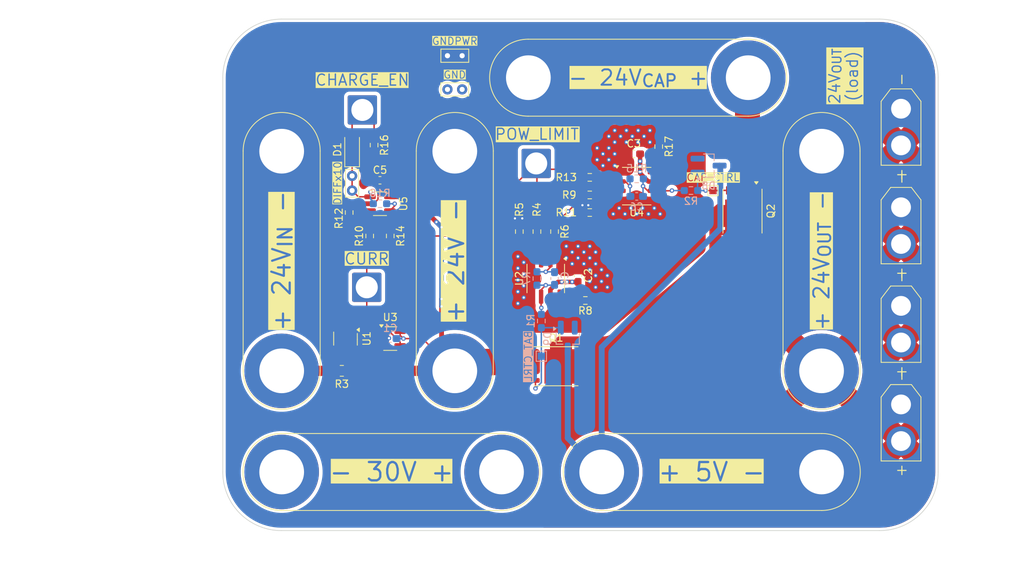
<source format=kicad_pcb>
(kicad_pcb (version 20241229) (generator "pcbnew") (generator_version "9.0")
  (title_block (title "Current Sense Test Board") (date "2025-05-27") (rev "1B") (company "UT Robomasters") (comment 1 "Robomasters"))
  (layers (0 "F.Cu" signal) (4 "In1.Cu" signal) (6 "In2.Cu" signal) (2 "B.Cu" signal) (13 "F.Paste" user) (15 "B.Paste" user) (5 "F.SilkS" user "F.Silkscreen") (7 "B.SilkS" user "B.Silkscreen") (1 "F.Mask" user) (3 "B.Mask" user) (25 "Edge.Cuts" user))
  (net 0 "")
  (net 1 "GNDPWR")
  (net 2 "+24V")
  (net 3 "GND")
  (net 4 "VCC")
  (net 5 "/BAT_CTRL")
  (net 6 "/Current Sense/1-")
  (net 7 "/Current Sense/2-")
  (net 8 "/CAP_CTRL")
  (net 9 "/CHARGE_EN_OUT")
  (net 10 "/Current Sense/DIFF10")
  (net 11 "/CAP_CTRL_R")
  (net 12 "+5V")
  (net 13 "/BAT_CTRL_R")
  (net 14 "/POW_LIMIT_IN")
  (net 15 "/CURR_OUT")
  (net 16 "/+24_MERGED")
  (net 17 "/+24_IN")
  (net 18 "/+24V_CAP_IN")
  (net 19 "/Current Sense/1+")
  (net 20 "/Current Sense/FLAG_{1}")
  (net 21 "/Current Sense/2+")
  (net 22 "/Current Sense/3+")
  (net 23 "/Current Sense/3-")
  (net 24 "/Current Sense/FLAG_{2}")
  (net 25 "/Current Sense/CURR_{RAW}")
  (footprint "Package_TO_SOT_SMD:SOT-23-5_HandSoldering" (layer "F.Cu") (at 129 92.4)
    (property "Reference" "U5")
    (property "Value" "TLV9301xDBV")
  )
  (footprint "Resistor_SMD:R_0603_1608Metric_Pad0.98x0.95mm_HandSolder" (layer "F.Cu") (at 124.8 93.6 -90)
    (property "Reference" "R12")
    (property "Value" "1Meg")
  )
  (footprint "Resistor_SMD:R_0603_1608Metric_Pad0.98x0.95mm_HandSolder" (layer "F.Cu") (at 157.6 91.2)
    (property "Reference" "R9")
    (property "Value" "1k")
  )
  (footprint "Package_SON:Infineon_PG-TDSON-8_6.15x5.15mm" (layer "F.Cu") (at 153 114.6)
    (property "Reference" "Q1")
    (property "Value" "BSC059N04LS6")
  )
  (footprint "Capacitor_SMD:C_0603_1608Metric_Pad1.08x0.95mm_HandSolder" (layer "F.Cu") (at 129 89.2 180)
    (property "Reference" "C5")
    (property "Value" "0.1u")
  )
  (footprint "Package_SO:SOIC-8_3.9x4.9mm_P1.27mm" (layer "F.Cu") (at 164 90)
    (property "Reference" "U4")
    (property "Value" "OPA551U")
  )
  (footprint "Diode_SMD:D_SOD-123" (layer "F.Cu") (at 125.2 85 90)
    (property "Reference" "D1")
    (property "Value" "MMSZ4678T1G")
  )
  (footprint "Connector_Wire:SolderWire-2.5sqmm_1x01_D2.4mm_OD3.6mm" (layer "F.Cu") (at 126.6 79.6)
    (property "Reference" "J10" (hide yes))
    (property "Value" "Conn_01x01_Pin")
  )
  (footprint "Connector_AMASS:AMASS_XT30U-F_1x02_P5.0mm_Vertical" (layer "F.Cu") (at 200.035 106.335 -90)
    (property "Reference" "J6" (hide yes))
    (property "Value" "XT30_F")
  )
  (footprint "Capacitor_SMD:C_0603_1608Metric_Pad1.08x0.95mm_HandSolder" (layer "F.Cu") (at 163.6 85.6 180)
    (property "Reference" "C3")
    (property "Value" "0.1u")
  )
  (footprint "Connector:Banana_Jack_2Pin" (layer "F.Cu") (at 145.57 129 180)
    (property "Reference" "J13" (hide yes))
    (property "Value" "Banana 2P")
  )
  (footprint "Connector_Wire:SolderWire-2.5sqmm_1x01_D2.4mm_OD3.6mm" (layer "F.Cu") (at 150.3 86.9)
    (property "Reference" "J1" (hide yes))
    (property "Value" "Conn_01x01_Pin")
  )
  (footprint "TestPoint:TestPoint_Bridge_Pitch2.0mm_Drill0.7mm" (layer "F.Cu") (at 138.2 72.2)
    (property "Reference" "TP3" (hide yes))
    (property "Value" "V_{DIFF10}")
  )
  (footprint "Resistor_SMD:R_0603_1608Metric_Pad0.98x0.95mm_HandSolder" (layer "F.Cu") (at 148 96.2 -90)
    (property "Reference" "R5")
    (property "Value" "1Meg")
  )
  (footprint "Resistor_SMD:R_0603_1608Metric_Pad0.98x0.95mm_HandSolder" (layer "F.Cu") (at 130.4 96.8 90)
    (property "Reference" "R14")
    (property "Value" "100k")
  )
  (footprint "Resistor_SMD:R_0603_1608Metric_Pad0.98x0.95mm_HandSolder" (layer "F.Cu") (at 157.6 88.8)
    (property "Reference" "R13")
    (property "Value" "1k")
  )
  (footprint "Resistor_SMD:R_0603_1608Metric_Pad0.98x0.95mm_HandSolder" (layer "F.Cu") (at 157 105.6)
    (property "Reference" "R8")
    (property "Value" "47k")
  )
  (footprint "TestPoint:TestPoint_Pad_1.0x1.0mm" (layer "F.Cu") (at 174.4 90.6)
    (property "Reference" "TP4" (hide yes))
    (property "Value" "V_{DIFF10}")
  )
  (footprint "Connector:Banana_Jack_2Pin" (layer "F.Cu") (at 189.2 115.2 90)
    (property "Reference" "J5" (hide yes))
    (property "Value" "Banana 2P")
  )
  (footprint "Resistor_SMD:R_0603_1608Metric_Pad0.98x0.95mm_HandSolder" (layer "F.Cu") (at 127.6 96.8 90)
    (property "Reference" "R10")
    (property "Value" "100k")
  )
  (footprint "Connector_Wire:SolderWire-2.5sqmm_1x01_D2.4mm_OD3.6mm" (layer "F.Cu") (at 127.2 103.8)
    (property "Reference" "J2" (hide yes))
    (property "Value" "Conn_01x01_Pin")
  )
  (footprint "Resistor_SMD:R_0805_2012Metric_Pad1.20x1.40mm_HandSolder" (layer "F.Cu") (at 123.8 115.2)
    (property "Reference" "R3")
    (property "Value" "0.02")
  )
  (footprint "Connector:Banana_Jack_2Pin" (layer "F.Cu") (at 159.23 129)
    (property "Reference" "J15" (hide yes))
    (property "Value" "Banana 2P")
  )
  (footprint "Connector_AMASS:AMASS_XT30U-F_1x02_P5.0mm_Vertical" (layer "F.Cu") (at 200.035 79.435 -90)
    (property "Reference" "J9" (hide yes))
    (property "Value" "XT30_F")
  )
  (footprint "Connector_AMASS:AMASS_XT30U-F_1x02_P5.0mm_Vertical" (layer "F.Cu") (at 200.035 119.785 -90)
    (property "Reference" "J3" (hide yes))
    (property "Value" "XT30_F")
  )
  (footprint "Package_SON:Infineon_PG-TDSON-8_6.15x5.15mm" (layer "F.Cu") (at 178.4 93.4 -90)
    (property "Reference" "Q2")
    (property "Value" "BSC059N04LS6")
  )
  (footprint "Connector:Banana_Jack_2Pin" (layer "F.Cu") (at 115.6 115.2 90)
    (property "Reference" "J4" (hide yes))
    (property "Value" "Banana 2P")
  )
  (footprint "Resistor_SMD:R_0603_1608Metric_Pad0.98x0.95mm_HandSolder" (layer "F.Cu") (at 152.8 96.2 -90)
    (property "Reference" "R6")
    (property "Value" "1k")
  )
  (footprint "Resistor_SMD:R_0603_1608Metric_Pad0.98x0.95mm_HandSolder" (layer "F.Cu") (at 167 84.6 90)
    (property "Reference" "R17")
    (property "Value" "47k")
  )
  (footprint "TestPoint:TestPoint_Bridge_Pitch2.0mm_Drill0.7mm" (layer "F.Cu") (at 138.2 76.8)
    (property "Reference" "TP2" (hide yes))
    (property "Value" "V_{DIFF10}")
  )
  (footprint "Package_TO_SOT_SMD:SOT-23-6_Handsoldering" (layer "F.Cu") (at 124.3 110.8 -90)
    (property "Reference" "U1")
    (property "Value" "MAX4073T")
  )
  (footprint "Package_TO_SOT_SMD:SOT-23-5_HandSoldering" (layer "F.Cu") (at 130.4 110.8)
    (property "Reference" "U3")
    (property "Value" "TLV9301xDBV")
  )
  (footprint "Resistor_SMD:R_0603_1608Metric_Pad0.98x0.95mm_HandSolder" (layer "F.Cu") (at 157.6 93.6)
    (property "Reference" "R11")
    (property "Value" "1Meg")
  )
  (footprint "TestPoint:TestPoint_Bridge_Pitch2.0mm_Drill0.7mm" (layer "F.Cu") (at 125.2 90.6 90)
    (property "Reference" "TP1" (hide yes))
    (property "Value" "V_{DIFF10}")
  )
  (footprint "Connector_AMASS:AMASS_XT30U-F_1x02_P5.0mm_Vertical" (layer "F.Cu") (at 200.035 92.885 -90)
    (property "Reference" "J7" (hide yes))
    (property "Value" "XT30_F")
  )
  (footprint "Resistor_SMD:R_0603_1608Metric_Pad0.98x0.95mm_HandSolder" (layer "F.Cu") (at 128.2 84.4 90)
    (property "Reference" "R16")
    (property "Value" "15k")
  )
  (footprint "Package_SO:SOIC-8_3.9x4.9mm_P1.27mm" (layer "F.Cu") (at 151.6 102.6 -90)
    (property "Reference" "U2")
    (property "Value" "OPA551U")
  )
  (footprint "Resistor_SMD:R_0603_1608Metric_Pad0.98x0.95mm_HandSolder" (layer "F.Cu") (at 150.4 96.2 -90)
    (property "Reference" "R4")
    (property "Value" "1k")
  )
  (footprint "Connector:Banana_Jack_2Pin" (layer "F.Cu") (at 179.2 75.2 180)
    (property "Reference" "J14" (hide yes))
    (property "Value" "Banana 2P")
  )
  (footprint "Connector:Banana_Jack_2Pin" (layer "F.Cu") (at 139.2 115.2 90)
    (property "Reference" "J8" (hide yes))
    (property "Value" "Banana 2P")
  )
  (footprint "Capacitor_SMD:C_0603_1608Metric_Pad1.08x0.95mm_HandSolder" (layer "F.Cu") (at 156 102.2 90)
    (property "Reference" "C2")
    (property "Value" "0.1u")
  )
  (footprint "Resistor_SMD:R_0603_1608Metric_Pad0.98x0.95mm_HandSolder" (layer "B.Cu") (at 171.4 90.6)
    (property "Reference" "R2")
    (property "Value" "0")
  )
  (footprint "TestPoint:TestPoint_Pad_1.0x1.0mm" (layer "B.Cu") (at 151 113.2)
    (property "Reference" "TP5" (hide yes))
    (property "Value" "V_{DIFF10}")
  )
  (footprint "Resistor_SMD:R_0603_1608Metric_Pad0.98x0.95mm_HandSolder" (layer "B.Cu") (at 150.4 102.6 -90)
    (property "Reference" "R7")
    (property "Value" "1Meg")
  )
  (footprint "Capacitor_SMD:C_0603_1608Metric_Pad1.08x0.95mm_HandSolder" (layer "B.Cu") (at 152.8 102.6 -90)
    (property "Reference" "C4")
    (property "Value" "1000p")
  )
  (footprint "Resistor_SMD:R_0603_1608Metric_Pad0.98x0.95mm_HandSolder" (layer "B.Cu") (at 151 108.4 -90)
    (property "Reference" "R1")
    (property "Value" "0")
  )
  (footprint "Resistor_SMD:R_0603_1608Metric_Pad0.98x0.95mm_HandSolder" (layer "B.Cu") (at 129 92.4 180)
    (property "Reference" "R18")
    (property "Value" "1Meg")
  )
  (footprint "Package_TO_SOT_SMD:SOT-23_Handsoldering" (layer "B.Cu") (at 154.6 110.8 -90)
    (property "Reference" "D9")
    (property "Value" "BAT54")
  )
  (footprint "Capacitor_SMD:C_0603_1608Metric_Pad1.08x0.95mm_HandSolder" (layer "B.Cu") (at 130.4 110.8 180)
    (property "Reference" "C1")
    (property "Value" "0.1u")
  )
  (footprint "Resistor_SMD:R_0603_1608Metric_Pad0.98x0.95mm_HandSolder" (layer "B.Cu") (at 164 89)
    (property "Reference" "R15")
    (property "Value" "1Meg")
  )
  (footprint "Capacitor_SMD:C_0603_1608Metric_Pad1.08x0.95mm_HandSolder" (layer "B.Cu") (at 164 91.4)
    (property "Reference" "C6")
    (property "Value" "1000p")
  )
  (footprint "Package_TO_SOT_SMD:SOT-23_Handsoldering" (layer "B.Cu") (at 173.8 87.2)
    (property "Reference" "D8")
    (property "Value" "BAT54")
  )
  (gr_line (start 107.57 129) (end 107.57 75.21) (stroke (width 0.1)) (layer "Edge.Cuts"))
  (gr_arc (start 197.1 67.21) (mid 202.756854 69.553146) (end 205.1 75.21) (stroke (width 0.1)) (layer "Edge.Cuts"))
  (gr_arc (start 115.57 137) (mid 109.913146 134.656854) (end 107.57 129) (stroke (width 0.1)) (layer "Edge.Cuts"))
  (gr_arc (start 205.1 129) (mid 202.756854 134.656854) (end 197.1 137) (stroke (width 0.1)) (layer "Edge.Cuts"))
  (gr_line (start 115.57 67.21) (end 197.1 67.21) (stroke (width 0.1)) (layer "Edge.Cuts"))
  (gr_line (start 205.1 75.21) (end 205.1 129) (stroke (width 0.1)) (layer "Edge.Cuts"))
  (gr_line (start 197.1 137) (end 115.57 137) (stroke (width 0.1)) (layer "Edge.Cuts"))
  (gr_arc (start 107.57 75.21) (mid 109.913146 69.553146) (end 115.57 67.21) (stroke (width 0.1)) (layer "Edge.Cuts"))
  (gr_text "CHARGE_EN" (at 126.6 76.4 0) (layer "F.SilkS" knockout) (effects (font (size 1.5 1.5) (thickness 0.1875)) (justify bottom)))
  (gr_text "+ 5V -" (at 174.215 129 0) (layer "F.SilkS" knockout) (effects (font (size 2.5 2.5) (thickness 0.3125))))
  (gr_text "+ 24V_{OUT} -" (at 189.2 100.2 90) (layer "F.SilkS" knockout) (effects (font (size 2.1 2.1) (thickness 0.2625))))
  (gr_text "24V_{OUT}\n(load)" (at 192.2 75 90) (layer "F.SilkS" knockout) (effects (font (size 1.5 1.5) (thickness 0.1875))))
  (gr_text "+ 24V -" (at 139.2 100.2 90) (layer "F.SilkS" knockout) (effects (font (size 2.5 2.5) (thickness 0.3125))))
  (gr_text "CURR" (at 127.2 100.8 0) (layer "F.SilkS" knockout) (effects (font (size 1.5 1.5) (thickness 0.1875)) (justify bottom)))
  (gr_text "GND" (at 139.2 75.4 0) (layer "F.SilkS" knockout) (effects (font (size 1 1) (thickness 0.125)) (justify bottom)))
  (gr_text "- 24V_{CAP} +" (at 164.2 75.2 0) (layer "F.SilkS" knockout) (effects (font (size 2.1 2.1) (thickness 0.2625))))
  (gr_text "+ 24V_{IN} -" (at 115.6 100.2 90) (layer "F.SilkS" knockout) (effects (font (size 2.4 2.4) (thickness 0.3))))
  (gr_text "GNDPWR" (at 139.2 70.8 0) (layer "F.SilkS" knockout) (effects (font (size 1 1) (thickness 0.125)) (justify bottom)))
  (gr_text "- 30V +" (at 130.585 129 0) (layer "F.SilkS" knockout) (effects (font (size 2.5 2.5) (thickness 0.3125))))
  (gr_text "DIFFx10" (at 123.8 89.6 90) (layer "F.SilkS" knockout) (effects (font (size 1 1) (thickness 0.125)) (justify bottom)))
  (gr_text "CAP_CTRL" (at 174.4 89.4 0) (layer "F.SilkS" knockout) (effects (font (size 1 1) (thickness 0.125)) (justify bottom)))
  (gr_text "POW_LIMIT" (at 150.4 83.8 0) (layer "F.SilkS" knockout) (effects (font (size 1.5 1.5) (thickness 0.1875)) (justify bottom)))
  (gr_text "BAT_CTRL" (at 149.8 113.2 90) (layer "B.SilkS" knockout) (effects (font (size 1 1) (thickness 0.125)) (justify bottom mirror)))
  (segment (start 129.05 110.8) (end 126.6 110.8) (width 0.6) (layer "F.Cu") (net 1))
  (segment (start 126.6 110.8) (end 125.25 109.45) (width 0.2) (layer "F.Cu") (net 1))
  (segment (start 128.1375 89.2) (end 128.731 89.7935) (width 0.2) (layer "F.Cu") (net 1))
  (segment (start 127.65 92.4) (end 125.0875 92.4) (width 0.2) (layer "F.Cu") (net 1))
  (segment (start 128.731 89.7935) (end 128.731 91.80899) (width 0.2) (layer "F.Cu") (net 1))
  (segment (start 128.731 91.80899) (end 128.13999 92.4) (width 0.2) (layer "F.Cu") (net 1))
  (segment (start 125.0875 92.4) (end 124.8 92.6875) (width 0.2) (layer "F.Cu") (net 1))
  (segment (start 156.6875 92.6875) (end 156.6 92.6) (width 0.2) (layer "F.Cu") (net 1))
  (segment (start 129.104375 110.745625) (end 129.05 110.8) (width 0.2) (layer "F.Cu") (net 1))
  (segment (start 128.13999 92.4) (end 127.65 92.4) (width 0.2) (layer "F.Cu") (net 1))
  (segment (start 130.225 110.745625) (end 129.104375 110.745625) (width 0.2) (layer "F.Cu") (net 1))
  (via (at 148.4 94.4) (size 0.6) (drill 0.3) (layers "F.Cu" "B.Cu") (net 1))
  (via (at 130.225 110.745625) (size 0.6) (drill 0.3) (layers "F.Cu" "B.Cu") (net 1))
  (via (at 157.4 92.6) (size 0.6) (drill 0.3) (layers "F.Cu" "B.Cu") (net 1))
  (via (at 156.6 92.6) (size 0.6) (drill 0.3) (layers "F.Cu" "B.Cu") (net 1))
  (via (at 147.4 94.4) (size 0.6) (drill 0.3) (layers "F.Cu" "B.Cu") (net 1))
  (segment (start 130.170625 110.8) (end 130.225 110.745625) (width 0.2) (layer "B.Cu") (net 1))
  (segment (start 129.5375 110.8) (end 130.170625 110.8) (width 0.2) (layer "B.Cu") (net 1))
  (segment (start 124.001 114.401) (end 124.8 115.2) (width 0.2) (layer "F.Cu") (net 2))
  (segment (start 124.8 115.2) (end 139.2 115.2) (width 1.4) (layer "F.Cu") (net 2))
  (segment (start 124.3 112.15) (end 124.3 112.52489) (width 0.2) (layer "F.Cu") (net 2))
  (segment (start 129.8625 89.2) (end 129.8625 90.9625) (width 0.2) (layer "F.Cu") (net 2))
  (segment (start 137.4 113.4) (end 139.2 115.2) (width 0.2) (layer "F.Cu") (net 2))
  (segment (start 133.25 91.45) (end 136.7 94.9) (width 0.65) (layer "F.Cu") (net 2))
  (segment (start 136.7 94.9) (end 137.4 95.6) (width 0.65) (layer "F.Cu") (net 2))
  (segment (start 137.4 106.4) (end 137.4 113.4) (width 0.65) (layer "F.Cu") (net 2))
  (segment (start 137.4 105.4) (end 137.4 106.4) (width 0.65) (layer "F.Cu") (net 2))
  (segment (start 130.35 91.45) (end 133.25 91.45) (width 0.65) (layer "F.Cu") (net 2))
  (segment (start 131.75 110.35) (end 132.2 110.8) (width 0.2) (layer "F.Cu") (net 2))
  (segment (start 134.8 110.8) (end 139.2 115.2) (width 0.2) (layer "F.Cu") (net 2))
  (segment (start 132.2 110.8) (end 134.8 110.8) (width 0.2) (layer "F.Cu") (net 2))
  (segment (start 131.75 109.85) (end 131.75 110.35) (width 0.2) (layer "F.Cu") (net 2))
  (segment (start 129.8625 90.9625) (end 130.35 91.45) (width 0.2) (layer "F.Cu") (net 2))
  (segment (start 124.3 112.52489) (end 124.001 112.82389) (width 0.2) (layer "F.Cu") (net 2))
  (segment (start 124.001 112.82389) (end 124.001 114.401) (width 0.2) (layer "F.Cu") (net 2))
  (via (at 137.4 106.4) (size 0.6) (drill 0.3) (layers "F.Cu" "B.Cu") (net 2))
  (via (at 132.2 110.8) (size 0.6) (drill 0.3) (layers "F.Cu" "B.Cu") (net 2))
  (via (at 137.4 105.4) (size 0.6) (drill 0.3) (layers "F.Cu" "B.Cu") (net 2))
  (via (at 137.4 95.6) (size 0.6) (drill 0.3) (layers "F.Cu" "B.Cu") (net 2))
  (via (at 136.7 94.9) (size 0.6) (drill 0.3) (layers "F.Cu" "B.Cu") (net 2))
  (segment (start 137.4 105.4) (end 137.4 106.4) (width 0.65) (layer "B.Cu") (net 2))
  (segment (start 137.4 95.6) (end 136.7 94.9) (width 0.65) (layer "B.Cu") (net 2))
  (segment (start 137.4 95.6) (end 137.4 105.4) (width 0.65) (layer "B.Cu") (net 2))
  (segment (start 132.2 110.8) (end 131.2625 110.8) (width 0.2) (layer "B.Cu") (net 2))
  (via (at 148.6 103.6) (size 0.6) (drill 0.3) (layers "F.Cu" "B.Cu") (net 3))
  (via (at 156.8 99) (size 0.6) (drill 0.3) (layers "F.Cu" "B.Cu") (net 3))
  (via (at 159.2 103) (size 0.6) (drill 0.3) (layers "F.Cu" "B.Cu") (net 3))
  (via (at 157.6 103) (size 0.6) (drill 0.3) (layers "F.Cu" "B.Cu") (net 3))
  (via (at 148.6 100.4) (size 0.6) (drill 0.3) (layers "F.Cu" "B.Cu") (net 3))
  (via (at 161.8 83.2) (size 0.6) (drill 0.3) (layers "F.Cu" "B.Cu") (net 3))
  (via (at 147.8 102.8) (size 0.6) (drill 0.3) (layers "F.Cu" "B.Cu") (net 3))
  (via (at 148.6 105.2) (size 0.6) (drill 0.3) (layers "F.Cu" "B.Cu") (net 3))
  (via (at 156 98.2) (size 0.6) (drill 0.3) (layers "F.Cu" "B.Cu") (net 3))
  (via (at 158.6 84.8) (size 0.6) (drill 0.3) (layers "F.Cu" "B.Cu") (net 3))
  (via (at 167.2 93.8) (size 0.6) (drill 0.3) (layers "F.Cu" "B.Cu") (net 3))
  (via (at 155.2 100.6) (size 0.6) (drill 0.3) (layers "F.Cu" "B.Cu") (net 3))
  (via (at 157.6 98.2) (size 0.6) (drill 0.3) (layers "F.Cu" "B.Cu") (net 3))
  (via (at 158.4 102.2) (size 0.6) (drill 0.3) (layers "F.Cu" "B.Cu") (net 3))
  (via (at 161 87.2) (size 0.6) (drill 0.3) (layers "F.Cu" "B.Cu") (net 3))
  (via (at 165.8 82.4) (size 0.6) (drill 0.3) (layers "F.Cu" "B.Cu") (net 3))
  (via (at 159.4 85.6) (size 0.6) (drill 0.3) (layers "F.Cu" "B.Cu") (net 3))
  (via (at 154.4 99.8) (size 0.6) (drill 0.3) (layers "F.Cu" "B.Cu") (net 3))
  (via (at 160 102.2) (size 0.6) (drill 0.3) (layers "F.Cu" "B.Cu") (net 3))
  (via (at 158.4 99) (size 0.6) (drill 0.3) (layers "F.Cu" "B.Cu") (net 3))
  (via (at 160.8 93.8) (size 0.6) (drill 0.3) (layers "F.Cu" "B.Cu") (net 3))
  (via (at 166.4 93) (size 0.6) (drill 0.3) (layers "F.Cu" "B.Cu") (net 3))
  (via (at 160.2 84.8) (size 0.6) (drill 0.3) (layers "F.Cu" "B.Cu") (net 3))
  (via (at 162.6 84) (size 0.6) (drill 0.3) (layers "F.Cu" "B.Cu") (net 3))
  (via (at 160 103.8) (size 0.6) (drill 0.3) (layers "F.Cu" "B.Cu") (net 3))
  (via (at 156.8 100.6) (size 0.6) (drill 0.3) (layers "F.Cu" "B.Cu") (net 3))
  (via (at 161 82.4) (size 0.6) (drill 0.3) (layers "F.Cu" "B.Cu") (net 3))
  (via (at 165 83.2) (size 0.6) (drill 0.3) (layers "F.Cu" "B.Cu") (net 3))
  (via (at 164.2 82.4) (size 0.6) (drill 0.3) (layers "F.Cu" "B.Cu") (net 3))
  (via (at 165.8 84) (size 0.6) (drill 0.3) (layers "F.Cu" "B.Cu") (net 3))
  (via (at 161 84) (size 0.6) (drill 0.3) (layers "F.Cu" "B.Cu") (net 3))
  (via (at 156 99.8) (size 0.6) (drill 0.3) (layers "F.Cu" "B.Cu") (net 3))
  (via (at 160.2 83.2) (size 0.6) (drill 0.3) (layers "F.Cu" "B.Cu") (net 3))
  (via (at 160.2 86.4) (size 0.6) (drill 0.3) (layers "F.Cu" "B.Cu") (net 3))
  (via (at 163.2 93) (size 0.6) (drill 0.3) (layers "F.Cu" "B.Cu") (net 3))
  (via (at 158.6 86.4) (size 0.6) (drill 0.3) (layers "F.Cu" "B.Cu") (net 3))
  (via (at 147.8 106) (size 0.6) (drill 0.3) (layers "F.Cu" "B.Cu") (net 3))
  (via (at 159.2 101.4) (size 0.6) (drill 0.3) (layers "F.Cu" "B.Cu") (net 3))
  (via (at 158.4 103.8) (size 0.6) (drill 0.3) (layers "F.Cu" "B.Cu") (net 3))
  (via (at 162.4 93.8) (size 0.6) (drill 0.3) (layers "F.Cu" "B.Cu") (net 3))
  (via (at 148.6 102) (size 0.6) (drill 0.3) (layers "F.Cu" "B.Cu") (net 3))
  (via (at 164 93.8) (size 0.6) (drill 0.3) (layers "F.Cu" "B.Cu") (net 3))
  (via (at 164.8 93) (size 0.6) (drill 0.3) (layers "F.Cu" "B.Cu") (net 3))
  (via (at 159.4 87.2) (size 0.6) (drill 0.3) (layers "F.Cu" "B.Cu") (net 3))
  (via (at 162.6 82.4) (size 0.6) (drill 0.3) (layers "F.Cu" "B.Cu") (net 3))
  (via (at 147.8 101.2) (size 0.6) (drill 0.3) (layers "F.Cu" "B.Cu") (net 3))
  (via (at 147.8 99.6) (size 0.6) (drill 0.3) (layers "F.Cu" "B.Cu") (net 3))
  (via (at 154.4 98.2) (size 0.6) (drill 0.3) (layers "F.Cu" "B.Cu") (net 3))
  (via (at 164.2 84) (size 0.6) (drill 0.3) (layers "F.Cu" "B.Cu") (net 3))
  (via (at 161 85.6) (size 0.6) (drill 0.3) (layers "F.Cu" "B.Cu") (net 3))
  (via (at 163.4 83.2) (size 0.6) (drill 0.3) (layers "F.Cu" "B.Cu") (net 3))
  (via (at 161.6 93) (size 0.6) (drill 0.3) (layers "F.Cu" "B.Cu") (net 3))
  (via (at 155.2 99) (size 0.6) (drill 0.3) (layers "F.Cu" "B.Cu") (net 3))
  (via (at 158.4 100.6) (size 0.6) (drill 0.3) (layers "F.Cu" "B.Cu") (net 3))
  (via (at 147.8 104.4) (size 0.6) (drill 0.3) (layers "F.Cu" "B.Cu") (net 3))
  (via (at 157.6 99.8) (size 0.6) (drill 0.3) (layers "F.Cu" "B.Cu") (net 3))
  (via (at 165.6 93.8) (size 0.6) (drill 0.3) (layers "F.Cu" "B.Cu") (net 3))
  (via (at 157.6 101.4) (size 0.6) (drill 0.3) (layers "F.Cu" "B.Cu") (net 3))
  (segment (start 164.4625 87.3) (end 164.4625 88.245) (width 0.6) (layer "F.Cu") (net 4))
  (segment (start 154.5 103.0625) (end 153.8 103.0625) (width 0.6) (layer "F.Cu") (net 4))
  (segment (start 153.8 103.0625) (end 153.277595 103.0625) (width 0.6) (layer "F.Cu") (net 4))
  (segment (start 164.4625 88.245) (end 165.5825 89.365) (width 0.6) (layer "F.Cu") (net 4))
  (segment (start 164.4625 87.3) (end 164.4625 86.6) (width 0.6) (layer "F.Cu") (net 4))
  (segment (start 164.4625 86.6) (end 164.4625 85.6) (width 0.6) (layer "F.Cu") (net 4))
  (segment (start 165.5825 89.365) (end 166.475 89.365) (width 0.6) (layer "F.Cu") (net 4))
  (segment (start 153.277595 103.0625) (end 152.235 104.105095) (width 0.6) (layer "F.Cu") (net 4))
  (segment (start 152.235 104.105095) (end 152.235 105.075) (width 0.6) (layer "F.Cu") (net 4))
  (segment (start 155.2 103.0625) (end 156 103.0625) (width 0.6) (layer "F.Cu") (net 4))
  (segment (start 155.2 103.0625) (end 154.5 103.0625) (width 0.6) (layer "F.Cu") (net 4))
  (via (at 164.452555 88.052728) (size 0.6) (drill 0.3) (layers "F.Cu" "B.Cu") (net 4))
  (via (at 153.8 103.0625) (size 0.6) (drill 0.3) (layers "F.Cu" "B.Cu") (net 4))
  (via (at 164.4625 86.6) (size 0.6) (drill 0.3) (layers "F.Cu" "B.Cu") (net 4))
  (via (at 154.5 103.0625) (size 0.6) (drill 0.3) (layers "F.Cu" "B.Cu") (net 4))
  (via (at 155.2 103.0625) (size 0.6) (drill 0.3) (layers "F.Cu" "B.Cu") (net 4))
  (via (at 164.4625 87.3) (size 0.6) (drill 0.3) (layers "F.Cu" "B.Cu") (net 4))
  (segment (start 150.965 106.565) (end 151 106.6) (width 0.2) (layer "F.Cu") (net 5))
  (segment (start 150.965 105.075) (end 150.965 104.1475) (width 0.2) (layer "F.Cu") (net 5))
  (segment (start 150.965 105.075) (end 150.965 106.565) (width 0.2) (layer "F.Cu") (net 5))
  (segment (start 150.965 104.1475) (end 151.6 103.5125) (width 0.2) (layer "F.Cu") (net 5))
  (via (at 151 106.6) (size 0.6) (drill 0.3) (layers "F.Cu" "B.Cu") (net 5))
  (via (at 151.6 103.5125) (size 0.6) (drill 0.3) (layers "F.Cu" "B.Cu") (net 5))
  (segment (start 150.4 103.5125) (end 151.6 103.5125) (width 0.2) (layer "B.Cu") (net 5))
  (segment (start 151 106.6) (end 151 107.4875) (width 0.2) (layer "B.Cu") (net 5))
  (segment (start 152.75 103.5125) (end 152.8 103.4625) (width 0.2) (layer "B.Cu") (net 5))
  (segment (start 151.6 103.5125) (end 152.75 103.5125) (width 0.2) (layer "B.Cu") (net 5))
  (segment (start 152.235 97.6775) (end 152.8 97.1125) (width 0.2) (layer "F.Cu") (net 6))
  (segment (start 152.235 100.125) (end 152.235 101.0525) (width 0.2) (layer "F.Cu") (net 6))
  (segment (start 152.235 100.125) (end 152.235 97.6775) (width 0.2) (layer "F.Cu") (net 6))
  (segment (start 152.235 101.0525) (end 151.6 101.6875) (width 0.2) (layer "F.Cu") (net 6))
  (via (at 151.6 101.6875) (size 0.6) (drill 0.3) (layers "F.Cu" "B.Cu") (net 6))
  (segment (start 152.75 101.6875) (end 152.8 101.7375) (width 0.2) (layer "B.Cu") (net 6))
  (segment (start 151.6 101.6875) (end 152.75 101.6875) (width 0.2) (layer "B.Cu") (net 6))
  (segment (start 150.4 101.6875) (end 151.6 101.6875) (width 0.2) (layer "B.Cu") (net 6))
  (segment (start 161.525 89.365) (end 159.0775 89.365) (width 0.2) (layer "F.Cu") (net 7))
  (segment (start 162.4525 89.365) (end 163.0875 90) (width 0.2) (layer "F.Cu") (net 7))
  (segment (start 159.0775 89.365) (end 158.5125 88.8) (width 0.2) (layer "F.Cu") (net 7))
  (segment (start 161.525 89.365) (end 162.4525 89.365) (width 0.2) (layer "F.Cu") (net 7))
  (via (at 163.0875 90) (size 0.6) (drill 0.3) (layers "F.Cu" "B.Cu") (net 7))
  (segment (start 163.0875 89) (end 163.0875 90) (width 0.2) (layer "B.Cu") (net 7))
  (segment (start 163.0875 91.15) (end 163.1375 91.2) (width 0.2) (layer "B.Cu") (net 7))
  (segment (start 163.1375 91.2) (end 163.1375 91.4) (width 0.2) (layer "B.Cu") (net 7))
  (segment (start 163.0875 90) (end 163.0875 91.15) (width 0.2) (layer "B.Cu") (net 7))
  (segment (start 166.475 90.635) (end 168.765 90.635) (width 0.2) (layer "F.Cu") (net 8))
  (segment (start 165.4975 90.635) (end 164.8625 90) (width 0.2) (layer "F.Cu") (net 8))
  (segment (start 168.765 90.635) (end 168.8 90.6) (width 0.2) (layer "F.Cu") (net 8))
  (segment (start 166.475 90.635) (end 165.4975 90.635) (width 0.2) (layer "F.Cu") (net 8))
  (via (at 168.8 90.6) (size 0.6) (drill 0.3) (layers "F.Cu" "B.Cu") (net 8))
  (via (at 164.8625 90) (size 0.6) (drill 0.3) (layers "F.Cu" "B.Cu") (net 8))
  (segment (start 164.8625 89.05) (end 164.9125 89) (width 0.2) (layer "B.Cu") (net 8))
  (segment (start 168.8 90.6) (end 170.4875 90.6) (width 0.2) (layer "B.Cu") (net 8))
  (segment (start 164.8625 91.4) (end 164.8625 90) (width 0.2) (layer "B.Cu") (net 8))
  (segment (start 164.8625 90) (end 164.8625 89.05) (width 0.2) (layer "B.Cu") (net 8))
  (segment (start 125.2 83.35) (end 125.2 81) (width 0.2) (layer "F.Cu") (net 9))
  (segment (start 125.2 81) (end 126.6 79.6) (width 0.2) (layer "F.Cu") (net 9))
  (segment (start 128.2 83.4875) (end 128.2 81.2) (width 0.2) (layer "F.Cu") (net 9))
  (segment (start 128.2 81.2) (end 126.6 79.6) (width 0.2) (layer "F.Cu") (net 9))
  (segment (start 127.7 90.8) (end 127.7 91.4) (width 0.2) (layer "F.Cu") (net 10))
  (segment (start 127.7 91.4) (end 127.65 91.45) (width 0.2) (layer "F.Cu") (net 10))
  (segment (start 127.65 91.45) (end 126.05 91.45) (width 0.2) (layer "F.Cu") (net 10))
  (segment (start 125.2 86.65) (end 125.2 88.6) (width 0.2) (layer "F.Cu") (net 10))
  (segment (start 126.05 91.45) (end 125.2 90.6) (width 0.2) (layer "F.Cu") (net 10))
  (segment (start 125.2 88.6) (end 125.2 90.6) (width 0.2) (layer "F.Cu") (net 10))
  (via (at 127.7 90.8) (size 0.6) (drill 0.3) (layers "F.Cu" "B.Cu") (net 10))
  (segment (start 127.7 90.8) (end 127.7 91.725) (width 0.2) (layer "B.Cu") (net 10))
  (segment (start 128.0875 92.1125) (end 128.0875 92.4) (width 0.2) (layer "B.Cu") (net 10))
  (segment (start 127.7 91.725) (end 128.0875 92.1125) (width 0.2) (layer "B.Cu") (net 10))
  (segment (start 175 90.6) (end 175.025 90.575) (width 0.2) (layer "F.Cu") (net 11))
  (segment (start 175.025 90.575) (end 176.495 90.575) (width 0.2) (layer "F.Cu") (net 11))
  (segment (start 173.4 90.6) (end 175 90.6) (width 0.2) (layer "F.Cu") (net 11))
  (via (at 173.4 90.6) (size 0.6) (drill 0.3) (layers "F.Cu" "B.Cu") (net 11))
  (segment (start 172.3 88.15) (end 172.3 90.5875) (width 0.2) (layer "B.Cu") (net 11))
  (segment (start 172.3125 90.6) (end 173.4 90.6) (width 0.2) (layer "B.Cu") (net 11))
  (segment (start 172.3 90.5875) (end 172.3125 90.6) (width 0.2) (layer "B.Cu") (net 11))
  (segment (start 175.4 95.8) (end 159.23 111.97) (width 0.8) (layer "B.Cu") (net 12))
  (segment (start 159.23 111.97) (end 159.23 129) (width 0.8) (layer "B.Cu") (net 12))
  (segment (start 175.3 87.2) (end 175.4 87.3) (width 0.8) (layer "B.Cu") (net 12))
  (segment (start 154.6 124.37) (end 159.23 129) (width 0.8) (layer "B.Cu") (net 12))
  (segment (start 175.4 87.3) (end 175.4 95.8) (width 0.8) (layer "B.Cu") (net 12))
  (segment (start 154.6 112.3) (end 154.6 124.37) (width 0.8) (layer "B.Cu") (net 12))
  (segment (start 150.2 116.53) (end 150.175 116.505) (width 0.2) (layer "F.Cu") (net 13))
  (segment (start 150.2 117.6) (end 150.2 116.53) (width 0.2) (layer "F.Cu") (net 13))
  (via (at 150.2 117.6) (size 0.6) (drill 0.3) (layers "F.Cu" "B.Cu") (net 13))
  (segment (start 151 109.3125) (end 153.6375 109.3125) (width 0.2) (layer "B.Cu") (net 13))
  (segment (start 153.6375 109.3125) (end 153.65 109.3) (width 0.2) (layer "B.Cu") (net 13))
  (segment (start 151 109.3125) (end 151 116.8) (width 0.2) (layer "B.Cu") (net 13))
  (segment (start 151 116.8) (end 150.2 117.6) (width 0.2) (layer "B.Cu") (net 13))
  (segment (start 150.3 87.3) (end 150.7 87.7) (width 0.2) (layer "F.Cu") (net 14))
  (segment (start 154.8 88.8) (end 156.6875 88.8) (width 0.2) (layer "F.Cu") (net 14))
  (segment (start 149.9 86.9) (end 150.3 86.9) (width 0.2) (layer "F.Cu") (net 14))
  (segment (start 149.1 88.1) (end 149.1 87.7) (width 0.2) (layer "F.Cu") (net 14))
  (segment (start 150.4 88.2) (end 150.4 95.2875) (width 0.2) (layer "F.Cu") (net 14))
  (segment (start 150.7 87.7) (end 153.7 87.7) (width 0.2) (layer "F.Cu") (net 14))
  (segment (start 149.9 87.7) (end 150.4 88.2) (width 0.2) (layer "F.Cu") (net 14))
  (segment (start 153.7 87.7) (end 154.8 88.8) (width 0.2) (layer "F.Cu") (net 14))
  (segment (start 149.1 87.7) (end 149.9 86.9) (width 0.2) (layer "F.Cu") (net 14))
  (segment (start 149.9 87.3) (end 149.9 87.7) (width 0.2) (layer "F.Cu") (net 14))
  (segment (start 127.6 97.7125) (end 128.5125 96.8) (width 0.2) (layer "F.Cu") (net 14))
  (segment (start 150.3 86.9) (end 150.3 87.3) (width 0.2) (layer "F.Cu") (net 14))
  (segment (start 150.3 86.9) (end 149.9 87.3) (width 0.2) (layer "F.Cu") (net 14))
  (segment (start 140.4 96.8) (end 149.1 88.1) (width 0.2) (layer "F.Cu") (net 14))
  (segment (start 128.5125 96.8) (end 140.4 96.8) (width 0.2) (layer "F.Cu") (net 14))
  (segment (start 154.64375 93.44375) (end 152.8 95.2875) (width 0.2) (layer "F.Cu") (net 15))
  (segment (start 129.05 109.85) (end 127.2 108) (width 0.2) (layer "F.Cu") (net 15))
  (segment (start 156.6875 91.4) (end 154.64375 93.44375) (width 0.2) (layer "F.Cu") (net 15))
  (segment (start 127.2 108) (end 127.2 103.8) (width 0.2) (layer "F.Cu") (net 15))
  (segment (start 127.2 100.9125) (end 130.4 97.7125) (width 0.2) (layer "F.Cu") (net 15))
  (segment (start 156.6875 91.2) (end 156.6875 91.4) (width 0.2) (layer "F.Cu") (net 15))
  (segment (start 130.31001 109.85) (end 131.75 111.28999) (width 0.2) (layer "F.Cu") (net 15))
  (segment (start 127.2 103.8) (end 127.2 100.9125) (width 0.2) (layer "F.Cu") (net 15))
  (segment (start 129.05 109.85) (end 130.31001 109.85) (width 0.2) (layer "F.Cu") (net 15))
  (segment (start 131.75 111.28999) (end 131.75 111.75) (width 0.2) (layer "F.Cu") (net 15))
  (via (at 154.64375 93.44375) (size 0.6) (drill 0.3) (layers "F.Cu" "B.Cu") (net 15))
  (segment (start 123.574 112.474) (end 123.574 114.426) (width 0.2) (layer "F.Cu") (net 17))
  (segment (start 122.8 115.2) (end 115.6 115.2) (width 1.4) (layer "F.Cu") (net 17))
  (segment (start 123.35 112.25) (end 123.574 112.474) (width 0.2) (layer "F.Cu") (net 17))
  (segment (start 123.35 109.45) (end 123.35 112.15) (width 0.65) (layer "F.Cu") (net 17))
  (segment (start 123.35 112.15) (end 123.35 112.25) (width 0.2) (layer "F.Cu") (net 17))
  (segment (start 123.574 114.426) (end 122.8 115.2) (width 0.2) (layer "F.Cu") (net 17))
  (segment (start 150.965 100.125) (end 150.965 97.6775) (width 0.2) (layer "F.Cu") (net 19))
  (segment (start 150.965 97.6775) (end 150.4 97.1125) (width 0.2) (layer "F.Cu") (net 19))
  (segment (start 148 97.1125) (end 150.4 97.1125) (width 0.2) (layer "F.Cu") (net 19))
  (segment (start 155 105.6) (end 156.0875 105.6) (width 0.2) (layer "F.Cu") (net 20))
  (segment (start 153.505 105.075) (end 154.475 105.075) (width 0.2) (layer "F.Cu") (net 20))
  (segment (start 154.475 105.075) (end 155 105.6) (width 0.2) (layer "F.Cu") (net 20))
  (segment (start 161.525 90.635) (end 159.0775 90.635) (width 0.2) (layer "F.Cu") (net 21))
  (segment (start 159.0775 90.635) (end 158.5125 91.2) (width 0.2) (layer "F.Cu") (net 21))
  (segment (start 158.5125 91.2) (end 158.5125 93.6) (width 0.2) (layer "F.Cu") (net 21))
  (segment (start 127.65 93.35) (end 125.9625 93.35) (width 0.2) (layer "F.Cu") (net 22))
  (segment (start 127.65 93.35) (end 127.65 95.8375) (width 0.2) (layer "F.Cu") (net 22))
  (segment (start 127.65 95.8375) (end 127.6 95.8875) (width 0.2) (layer "F.Cu") (net 22))
  (segment (start 125.9625 93.35) (end 124.8 94.5125) (width 0.2) (layer "F.Cu") (net 22))
  (segment (start 131 92.7) (end 130.35 93.35) (width 0.2) (layer "F.Cu") (net 23))
  (segment (start 131 92.4) (end 131 92.7) (width 0.2) (layer "F.Cu") (net 23))
  (segment (start 130.4 93.4) (end 130.35 93.35) (width 0.2) (layer "F.Cu") (net 23))
  (segment (start 130.4 95.8875) (end 130.4 93.4) (width 0.2) (layer "F.Cu") (net 23))
  (via (at 131 92.4) (size 0.6) (drill 0.3) (layers "F.Cu" "B.Cu") (net 23))
  (segment (start 129.9125 92.4) (end 131 92.4) (width 0.2) (layer "B.Cu") (net 23))
  (segment (start 166.475 87.11) (end 167 86.585) (width 0.2) (layer "F.Cu") (net 24))
  (segment (start 167 86.585) (end 167 85.5125) (width 0.2) (layer "F.Cu") (net 24))
  (segment (start 166.475 88.095) (end 166.475 87.11) (width 0.2) (layer "F.Cu") (net 24))
  (segment (start 125.25 112.15) (end 125.65 111.75) (width 0.2) (layer "F.Cu") (net 25))
  (segment (start 125.65 111.75) (end 129.05 111.75) (width 0.2) (layer "F.Cu") (net 25))
  (zone (net 2) (net_name "+24V") (layer "F.Cu") (priority 2) (connect_pads yes (clearance 0.5)) (min_thickness 1) (fill yes (thermal_gap 0.5) (thermal_bridge_width 5))
    (polygon (pts (xy 150.8 112.2) (xy 150.8 115.6) (xy 150.6 115.8) (xy 142.6 115.8) (xy 142.2 115.4) (xy 142.2 112.2)))
  )
  (zone (net 1) (net_name "GNDPWR") (layer "F.Cu") (priority 8) (connect_pads yes (clearance 0.5)) (min_thickness 0.5) (fill yes (thermal_gap 0.5) (thermal_bridge_width 3))
    (polygon (pts (xy 147 95.4) (xy 147.4 95.8) (xy 148.4 95.8) (xy 148.8 95.4) (xy 148.8 94) (xy 148.6 93.8) (xy 147.2 93.8) (xy 147 94)))
  )
  (zone (net 1) (net_name "GNDPWR") (layer "F.Cu") (priority 8) (connect_pads yes (clearance 0.5)) (min_thickness 0.5) (fill yes (thermal_gap 0.5) (thermal_bridge_width 3))
    (polygon (pts (xy 156 93.8) (xy 156.4 94.2) (xy 157.2 94.2) (xy 157.8 93.6) (xy 157.8 92.4) (xy 157.6 92.2) (xy 156.2 92.2) (xy 156 92.4)))
  )
  (zone (net 3) (net_name "GND") (layer "F.Cu") (priority 4) (connect_pads yes (clearance 0.5)) (min_thickness 2) (fill yes (thermal_gap 0.5) (thermal_bridge_width 2))
    (polygon (pts (xy 146.6 110) (xy 159.938458 110) (xy 173.4 98.888887) (xy 173.4 81.6) (xy 160.6 81.6) (xy 146.6 95.6)))
  )
  (zone (net 16) (net_name "/+24_MERGED") (layer "F.Cu") (priority 1) (connect_pads (clearance 0.5)) (min_thickness 0.5) (fill yes (thermal_gap 0.5) (thermal_bridge_width 3))
    (polygon (pts (xy 151.276645 112.199819) (xy 151.082622 138.527422) (xy 206.5 138.654233) (xy 206.5 68.3) (xy 203.4 65.2) (xy 196.2 65.2) (xy 195 66.4) (xy 195 89.2) (xy 192.6 91.6) (xy 176 91.6)))
  )
  (zone (net 1) (net_name "GNDPWR") (layer "F.Cu") (priority 7) (connect_pads yes (clearance 0.5)) (min_thickness 0.5) (fill yes (thermal_gap 0.5) (thermal_bridge_width 3))
    (polygon (pts (xy 123.6 108.2) (xy 123.6 113.4) (xy 128 113.4) (xy 130.4 111) (xy 130.4 110.4) (xy 128.2 108.2)))
  )
  (zone (net 1) (net_name "GNDPWR") (layer "F.Cu") (priority 6) (connect_pads yes (clearance 0.5)) (min_thickness 1) (fill yes (thermal_gap 0.5) (thermal_bridge_width 3))
    (polygon (pts (xy 115.6 84.2) (xy 115.6 90.6) (xy 118.8 93.8) (xy 136.2 93.6) (xy 139.2 90.6) (xy 139.2 84.2)))
  )
  (zone (net 18) (net_name "/+24V_CAP_IN") (layer "F.Cu") (priority 3) (connect_pads yes (clearance 0.5)) (min_thickness 1) (fill yes (thermal_gap 0.5) (thermal_bridge_width 5))
    (polygon (pts (xy 177.6 91.2) (xy 177.4 91) (xy 177.4 79.4) (xy 180.6 79.4) (xy 180.8 79.6) (xy 180.8 91) (xy 180.6 91.2)))
  )
  (zone (net 1) (net_name "GNDPWR") (layers "B.Cu" "In1.Cu") (connect_pads yes (clearance 0.5)) (min_thickness 2) (fill yes (thermal_gap 0.5) (thermal_bridge_width 5))
    (polygon (pts (xy 77.2 66) (xy 77.2 124.6) (xy 92.8 140.2) (xy 214.2 140.2) (xy 216.4 138) (xy 216.4 70.4) (xy 212 66)))
  )
)
</source>
